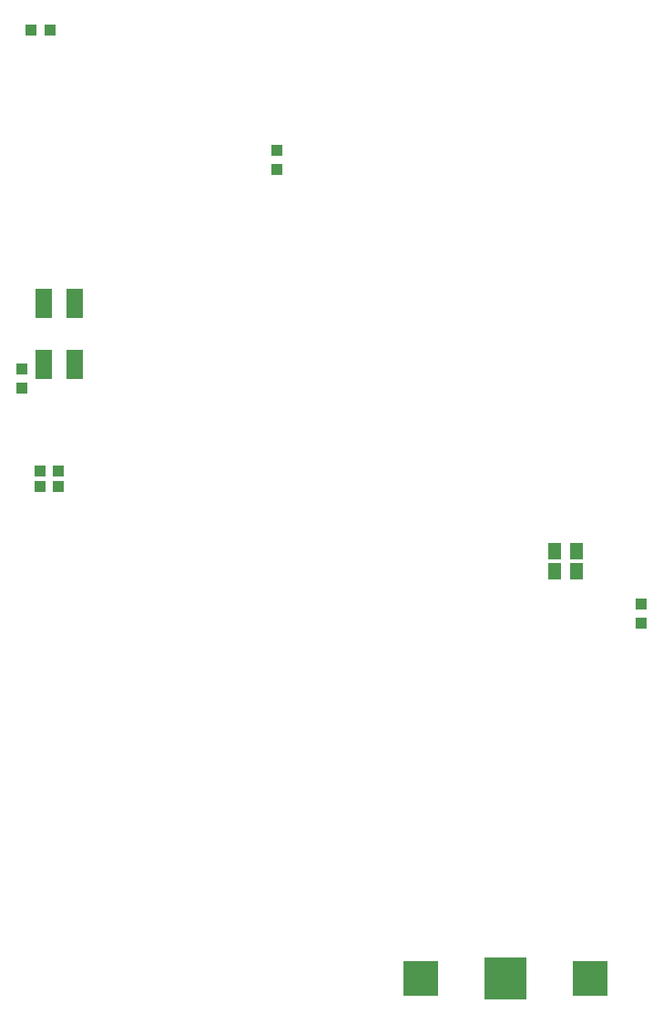
<source format=gbr>
G04 EAGLE Gerber RS-274X export*
G75*
%MOMM*%
%FSLAX34Y34*%
%LPD*%
%INSolderpaste Bottom*%
%IPPOS*%
%AMOC8*
5,1,8,0,0,1.08239X$1,22.5*%
G01*
%ADD10R,1.300000X1.600000*%
%ADD11R,1.080000X1.050000*%
%ADD12R,3.180000X3.180000*%
%ADD13R,3.960000X3.960000*%
%ADD14R,1.000000X1.100000*%
%ADD15R,1.600000X2.700000*%


D10*
X687063Y490520D03*
X667063Y490520D03*
X687063Y471505D03*
X667063Y471505D03*
D11*
X747730Y423680D03*
X747730Y441180D03*
D12*
X700050Y93425D03*
X542650Y93425D03*
D13*
X621350Y93425D03*
D11*
X408500Y863000D03*
X408500Y845500D03*
D14*
X197575Y975000D03*
X180575Y975000D03*
X188350Y550863D03*
X205350Y550863D03*
X205350Y565150D03*
X188350Y565150D03*
D15*
X192375Y720725D03*
X220375Y720725D03*
D11*
X171450Y659625D03*
X171450Y642125D03*
D15*
X192375Y663575D03*
X220375Y663575D03*
M02*

</source>
